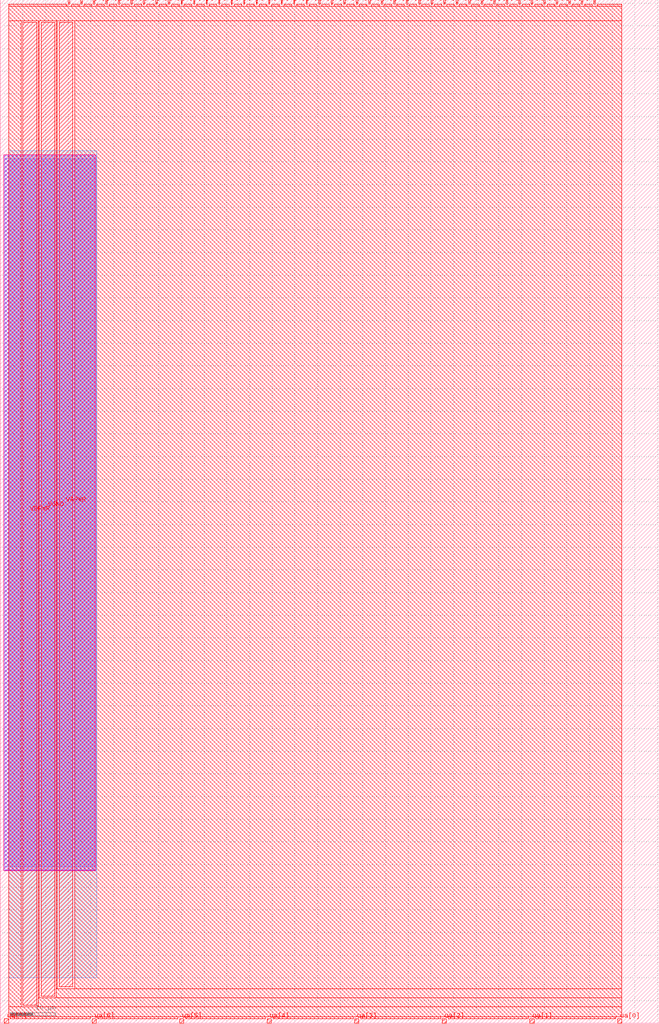
<source format=lef>
VERSION 5.7 ;
  NOWIREEXTENSIONATPIN ON ;
  DIVIDERCHAR "/" ;
  BUSBITCHARS "[]" ;
MACRO tt_um_analog_factory_test
  CLASS BLOCK ;
  FOREIGN tt_um_analog_factory_test ;
  ORIGIN 0.000 0.000 ;
  SIZE 145.360 BY 225.760 ;
  PIN clk
    DIRECTION INPUT ;
    USE SIGNAL ;
    PORT
      LAYER met4 ;
        RECT 128.190 224.760 128.490 225.760 ;
    END
  END clk
  PIN ena
    DIRECTION INPUT ;
    USE SIGNAL ;
    PORT
      LAYER met4 ;
        RECT 130.950 224.760 131.250 225.760 ;
    END
  END ena
  PIN rst_n
    DIRECTION INPUT ;
    USE SIGNAL ;
    PORT
      LAYER met4 ;
        RECT 125.430 224.760 125.730 225.760 ;
    END
  END rst_n
  PIN ua[0]
    DIRECTION INOUT ;
    USE SIGNAL ;
    PORT
      LAYER met4 ;
        RECT 136.170 0.000 137.070 1.000 ;
    END
  END ua[0]
  PIN ua[1]
    DIRECTION INOUT ;
    USE SIGNAL ;
    ANTENNADIFFAREA 77.163200 ;
    PORT
      LAYER met4 ;
        RECT 116.850 0.000 117.750 1.000 ;
    END
  END ua[1]
  PIN ua[2]
    DIRECTION INOUT ;
    USE SIGNAL ;
    ANTENNADIFFAREA 187.815994 ;
    PORT
      LAYER met4 ;
        RECT 97.530 0.000 98.430 1.000 ;
    END
  END ua[2]
  PIN ua[3]
    DIRECTION INOUT ;
    USE SIGNAL ;
    ANTENNADIFFAREA 81.535995 ;
    PORT
      LAYER met4 ;
        RECT 78.210 0.000 79.110 1.000 ;
    END
  END ua[3]
  PIN ua[4]
    DIRECTION INOUT ;
    USE SIGNAL ;
    PORT
      LAYER met4 ;
        RECT 58.890 0.000 59.790 1.000 ;
    END
  END ua[4]
  PIN ua[5]
    DIRECTION INOUT ;
    USE SIGNAL ;
    PORT
      LAYER met4 ;
        RECT 39.570 0.000 40.470 1.000 ;
    END
  END ua[5]
  PIN ua[6]
    DIRECTION INOUT ;
    USE SIGNAL ;
    PORT
      LAYER met4 ;
        RECT 20.250 0.000 21.150 1.000 ;
    END
  END ua[6]
  PIN ua[7]
    DIRECTION INOUT ;
    USE SIGNAL ;
    PORT
      LAYER met4 ;
        RECT 0.930 0.000 1.830 1.000 ;
    END
  END ua[7]
  PIN ui_in[0]
    DIRECTION INPUT ;
    USE SIGNAL ;
    ANTENNAGATEAREA 0.423000 ;
    PORT
      LAYER met4 ;
        RECT 122.670 224.760 122.970 225.760 ;
    END
  END ui_in[0]
  PIN ui_in[1]
    DIRECTION INPUT ;
    USE SIGNAL ;
    ANTENNAGATEAREA 54.000000 ;
    PORT
      LAYER met4 ;
        RECT 119.910 224.760 120.210 225.760 ;
    END
  END ui_in[1]
  PIN ui_in[2]
    DIRECTION INPUT ;
    USE SIGNAL ;
    PORT
      LAYER met4 ;
        RECT 117.150 224.760 117.450 225.760 ;
    END
  END ui_in[2]
  PIN ui_in[3]
    DIRECTION INPUT ;
    USE SIGNAL ;
    PORT
      LAYER met4 ;
        RECT 114.390 224.760 114.690 225.760 ;
    END
  END ui_in[3]
  PIN ui_in[4]
    DIRECTION INPUT ;
    USE SIGNAL ;
    PORT
      LAYER met4 ;
        RECT 111.630 224.760 111.930 225.760 ;
    END
  END ui_in[4]
  PIN ui_in[5]
    DIRECTION INPUT ;
    USE SIGNAL ;
    PORT
      LAYER met4 ;
        RECT 108.870 224.760 109.170 225.760 ;
    END
  END ui_in[5]
  PIN ui_in[6]
    DIRECTION INPUT ;
    USE SIGNAL ;
    PORT
      LAYER met4 ;
        RECT 106.110 224.760 106.410 225.760 ;
    END
  END ui_in[6]
  PIN ui_in[7]
    DIRECTION INPUT ;
    USE SIGNAL ;
    PORT
      LAYER met4 ;
        RECT 103.350 224.760 103.650 225.760 ;
    END
  END ui_in[7]
  PIN uio_in[0]
    DIRECTION INPUT ;
    USE SIGNAL ;
    PORT
      LAYER met4 ;
        RECT 100.590 224.760 100.890 225.760 ;
    END
  END uio_in[0]
  PIN uio_in[1]
    DIRECTION INPUT ;
    USE SIGNAL ;
    PORT
      LAYER met4 ;
        RECT 97.830 224.760 98.130 225.760 ;
    END
  END uio_in[1]
  PIN uio_in[2]
    DIRECTION INPUT ;
    USE SIGNAL ;
    PORT
      LAYER met4 ;
        RECT 95.070 224.760 95.370 225.760 ;
    END
  END uio_in[2]
  PIN uio_in[3]
    DIRECTION INPUT ;
    USE SIGNAL ;
    PORT
      LAYER met4 ;
        RECT 92.310 224.760 92.610 225.760 ;
    END
  END uio_in[3]
  PIN uio_in[4]
    DIRECTION INPUT ;
    USE SIGNAL ;
    PORT
      LAYER met4 ;
        RECT 89.550 224.760 89.850 225.760 ;
    END
  END uio_in[4]
  PIN uio_in[5]
    DIRECTION INPUT ;
    USE SIGNAL ;
    PORT
      LAYER met4 ;
        RECT 86.790 224.760 87.090 225.760 ;
    END
  END uio_in[5]
  PIN uio_in[6]
    DIRECTION INPUT ;
    USE SIGNAL ;
    PORT
      LAYER met4 ;
        RECT 84.030 224.760 84.330 225.760 ;
    END
  END uio_in[6]
  PIN uio_in[7]
    DIRECTION INPUT ;
    USE SIGNAL ;
    PORT
      LAYER met4 ;
        RECT 81.270 224.760 81.570 225.760 ;
    END
  END uio_in[7]
  PIN uio_oe[0]
    DIRECTION OUTPUT ;
    USE SIGNAL ;
    PORT
      LAYER met4 ;
        RECT 34.350 224.760 34.650 225.760 ;
    END
  END uio_oe[0]
  PIN uio_oe[1]
    DIRECTION OUTPUT ;
    USE SIGNAL ;
    PORT
      LAYER met4 ;
        RECT 31.590 224.760 31.890 225.760 ;
    END
  END uio_oe[1]
  PIN uio_oe[2]
    DIRECTION OUTPUT ;
    USE SIGNAL ;
    PORT
      LAYER met4 ;
        RECT 28.830 224.760 29.130 225.760 ;
    END
  END uio_oe[2]
  PIN uio_oe[3]
    DIRECTION OUTPUT ;
    USE SIGNAL ;
    PORT
      LAYER met4 ;
        RECT 26.070 224.760 26.370 225.760 ;
    END
  END uio_oe[3]
  PIN uio_oe[4]
    DIRECTION OUTPUT ;
    USE SIGNAL ;
    PORT
      LAYER met4 ;
        RECT 23.310 224.760 23.610 225.760 ;
    END
  END uio_oe[4]
  PIN uio_oe[5]
    DIRECTION OUTPUT ;
    USE SIGNAL ;
    PORT
      LAYER met4 ;
        RECT 20.550 224.760 20.850 225.760 ;
    END
  END uio_oe[5]
  PIN uio_oe[6]
    DIRECTION OUTPUT ;
    USE SIGNAL ;
    PORT
      LAYER met4 ;
        RECT 17.790 224.760 18.090 225.760 ;
    END
  END uio_oe[6]
  PIN uio_oe[7]
    DIRECTION OUTPUT ;
    USE SIGNAL ;
    PORT
      LAYER met4 ;
        RECT 15.030 224.760 15.330 225.760 ;
    END
  END uio_oe[7]
  PIN uio_out[0]
    DIRECTION OUTPUT ;
    USE SIGNAL ;
    PORT
      LAYER met4 ;
        RECT 56.430 224.760 56.730 225.760 ;
    END
  END uio_out[0]
  PIN uio_out[1]
    DIRECTION OUTPUT ;
    USE SIGNAL ;
    PORT
      LAYER met4 ;
        RECT 53.670 224.760 53.970 225.760 ;
    END
  END uio_out[1]
  PIN uio_out[2]
    DIRECTION OUTPUT ;
    USE SIGNAL ;
    PORT
      LAYER met4 ;
        RECT 50.910 224.760 51.210 225.760 ;
    END
  END uio_out[2]
  PIN uio_out[3]
    DIRECTION OUTPUT ;
    USE SIGNAL ;
    PORT
      LAYER met4 ;
        RECT 48.150 224.760 48.450 225.760 ;
    END
  END uio_out[3]
  PIN uio_out[4]
    DIRECTION OUTPUT ;
    USE SIGNAL ;
    PORT
      LAYER met4 ;
        RECT 45.390 224.760 45.690 225.760 ;
    END
  END uio_out[4]
  PIN uio_out[5]
    DIRECTION OUTPUT ;
    USE SIGNAL ;
    PORT
      LAYER met4 ;
        RECT 42.630 224.760 42.930 225.760 ;
    END
  END uio_out[5]
  PIN uio_out[6]
    DIRECTION OUTPUT ;
    USE SIGNAL ;
    PORT
      LAYER met4 ;
        RECT 39.870 224.760 40.170 225.760 ;
    END
  END uio_out[6]
  PIN uio_out[7]
    DIRECTION OUTPUT ;
    USE SIGNAL ;
    PORT
      LAYER met4 ;
        RECT 37.110 224.760 37.410 225.760 ;
    END
  END uio_out[7]
  PIN uo_out[0]
    DIRECTION OUTPUT ;
    USE SIGNAL ;
    PORT
      LAYER met4 ;
        RECT 78.510 224.760 78.810 225.760 ;
    END
  END uo_out[0]
  PIN uo_out[1]
    DIRECTION OUTPUT ;
    USE SIGNAL ;
    PORT
      LAYER met4 ;
        RECT 75.750 224.760 76.050 225.760 ;
    END
  END uo_out[1]
  PIN uo_out[2]
    DIRECTION OUTPUT ;
    USE SIGNAL ;
    PORT
      LAYER met4 ;
        RECT 72.990 224.760 73.290 225.760 ;
    END
  END uo_out[2]
  PIN uo_out[3]
    DIRECTION OUTPUT ;
    USE SIGNAL ;
    PORT
      LAYER met4 ;
        RECT 70.230 224.760 70.530 225.760 ;
    END
  END uo_out[3]
  PIN uo_out[4]
    DIRECTION OUTPUT ;
    USE SIGNAL ;
    PORT
      LAYER met4 ;
        RECT 67.470 224.760 67.770 225.760 ;
    END
  END uo_out[4]
  PIN uo_out[5]
    DIRECTION OUTPUT ;
    USE SIGNAL ;
    PORT
      LAYER met4 ;
        RECT 64.710 224.760 65.010 225.760 ;
    END
  END uo_out[5]
  PIN uo_out[6]
    DIRECTION OUTPUT ;
    USE SIGNAL ;
    PORT
      LAYER met4 ;
        RECT 61.950 224.760 62.250 225.760 ;
    END
  END uo_out[6]
  PIN uo_out[7]
    DIRECTION OUTPUT ;
    USE SIGNAL ;
    PORT
      LAYER met4 ;
        RECT 59.190 224.760 59.490 225.760 ;
    END
  END uo_out[7]
  PIN VGND
    USE GROUND ;
    PORT
      LAYER met4 ;
        RECT 9.000 6.000 12.000 220.760 ;
    END
  END VGND
  PIN VDPWR
    ANTENNADIFFAREA 81.535995 ;
    PORT
      LAYER met4 ;
        RECT 5.000 4.000 8.000 220.760 ;
    END
  END VDPWR
  PIN VAPWR
    ANTENNADIFFAREA 77.163200 ;
    PORT
      LAYER met4 ;
        RECT 13.000 8.000 16.000 220.760 ;
    END
  END VAPWR
  OBS
      LAYER nwell ;
        RECT 0.810 33.680 20.970 191.550 ;
      LAYER li1 ;
        RECT 0.990 33.860 20.750 191.310 ;
      LAYER met1 ;
        RECT 0.945 33.800 21.230 191.375 ;
      LAYER met2 ;
        RECT 0.945 34.570 21.225 190.695 ;
      LAYER met3 ;
        RECT 1.905 10.000 21.325 192.500 ;
      LAYER met4 ;
        RECT 1.905 224.360 14.630 224.760 ;
        RECT 15.730 224.360 17.390 224.760 ;
        RECT 18.490 224.360 20.150 224.760 ;
        RECT 21.250 224.360 22.910 224.760 ;
        RECT 24.010 224.360 25.670 224.760 ;
        RECT 26.770 224.360 28.430 224.760 ;
        RECT 29.530 224.360 31.190 224.760 ;
        RECT 32.290 224.360 33.950 224.760 ;
        RECT 35.050 224.360 36.710 224.760 ;
        RECT 37.810 224.360 39.470 224.760 ;
        RECT 40.570 224.360 42.230 224.760 ;
        RECT 43.330 224.360 44.990 224.760 ;
        RECT 46.090 224.360 47.750 224.760 ;
        RECT 48.850 224.360 50.510 224.760 ;
        RECT 51.610 224.360 53.270 224.760 ;
        RECT 54.370 224.360 56.030 224.760 ;
        RECT 57.130 224.360 58.790 224.760 ;
        RECT 59.890 224.360 61.550 224.760 ;
        RECT 62.650 224.360 64.310 224.760 ;
        RECT 65.410 224.360 67.070 224.760 ;
        RECT 68.170 224.360 69.830 224.760 ;
        RECT 70.930 224.360 72.590 224.760 ;
        RECT 73.690 224.360 75.350 224.760 ;
        RECT 76.450 224.360 78.110 224.760 ;
        RECT 79.210 224.360 80.870 224.760 ;
        RECT 81.970 224.360 83.630 224.760 ;
        RECT 84.730 224.360 86.390 224.760 ;
        RECT 87.490 224.360 89.150 224.760 ;
        RECT 90.250 224.360 91.910 224.760 ;
        RECT 93.010 224.360 94.670 224.760 ;
        RECT 95.770 224.360 97.430 224.760 ;
        RECT 98.530 224.360 100.190 224.760 ;
        RECT 101.290 224.360 102.950 224.760 ;
        RECT 104.050 224.360 105.710 224.760 ;
        RECT 106.810 224.360 108.470 224.760 ;
        RECT 109.570 224.360 111.230 224.760 ;
        RECT 112.330 224.360 113.990 224.760 ;
        RECT 115.090 224.360 116.750 224.760 ;
        RECT 117.850 224.360 119.510 224.760 ;
        RECT 120.610 224.360 122.270 224.760 ;
        RECT 123.370 224.360 125.030 224.760 ;
        RECT 126.130 224.360 127.790 224.760 ;
        RECT 128.890 224.360 130.550 224.760 ;
        RECT 131.650 224.360 137.070 224.760 ;
        RECT 1.905 221.160 137.070 224.360 ;
        RECT 1.905 3.600 4.600 221.160 ;
        RECT 8.400 5.600 8.600 221.160 ;
        RECT 12.400 7.600 12.600 221.160 ;
        RECT 16.400 7.600 137.070 221.160 ;
        RECT 12.400 5.600 137.070 7.600 ;
        RECT 8.400 3.600 137.070 5.600 ;
        RECT 1.905 1.400 137.070 3.600 ;
        RECT 2.230 1.000 19.850 1.400 ;
        RECT 21.550 1.000 39.170 1.400 ;
        RECT 40.870 1.000 58.490 1.400 ;
        RECT 60.190 1.000 77.810 1.400 ;
        RECT 79.510 1.000 97.130 1.400 ;
        RECT 98.830 1.000 116.450 1.400 ;
        RECT 118.150 1.000 135.770 1.400 ;
  END
END tt_um_analog_factory_test
END LIBRARY


</source>
